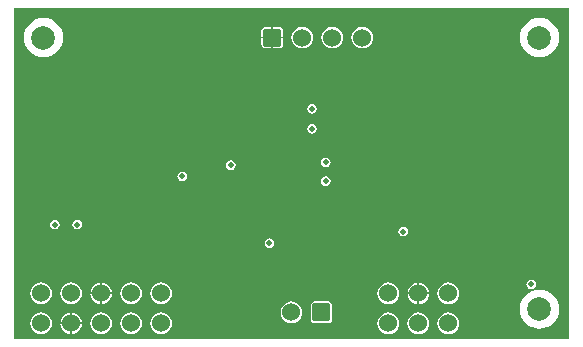
<source format=gbr>
%TF.GenerationSoftware,Altium Limited,Altium Designer,20.1.8 (145)*%
G04 Layer_Physical_Order=2*
G04 Layer_Color=36540*
%FSLAX45Y45*%
%MOMM*%
%TF.SameCoordinates,2300FDCC-ED38-457A-842E-A9769F27D6F2*%
%TF.FilePolarity,Positive*%
%TF.FileFunction,Copper,L2,Inr,Signal*%
%TF.Part,Single*%
G01*
G75*
%TA.AperFunction,WasherPad*%
%ADD25C,2.00000*%
%TA.AperFunction,ComponentPad*%
%ADD26C,1.52400*%
G04:AMPARAMS|DCode=27|XSize=1.524mm|YSize=1.524mm|CornerRadius=0.1905mm|HoleSize=0mm|Usage=FLASHONLY|Rotation=180.000|XOffset=0mm|YOffset=0mm|HoleType=Round|Shape=RoundedRectangle|*
%AMROUNDEDRECTD27*
21,1,1.52400,1.14300,0,0,180.0*
21,1,1.14300,1.52400,0,0,180.0*
1,1,0.38100,-0.57150,0.57150*
1,1,0.38100,0.57150,0.57150*
1,1,0.38100,0.57150,-0.57150*
1,1,0.38100,-0.57150,-0.57150*
%
%ADD27ROUNDEDRECTD27*%
%TA.AperFunction,ViaPad*%
%ADD28C,0.50000*%
G36*
X4700000Y0D02*
X0D01*
Y2800000D01*
X4700000Y2800000D01*
Y0D01*
D02*
G37*
%LPC*%
G36*
X2245150Y2642112D02*
X2195620D01*
Y2557620D01*
X2280112D01*
Y2607150D01*
X2277450Y2620529D01*
X2269872Y2631872D01*
X2258529Y2639450D01*
X2245150Y2642112D01*
D02*
G37*
G36*
X2180380D02*
X2130850D01*
X2117470Y2639450D01*
X2106128Y2631872D01*
X2098549Y2620529D01*
X2095888Y2607150D01*
Y2557620D01*
X2180380D01*
Y2642112D01*
D02*
G37*
G36*
X2280112Y2542380D02*
X2195620D01*
Y2457888D01*
X2245150D01*
X2258529Y2460550D01*
X2269872Y2468128D01*
X2277450Y2479471D01*
X2280112Y2492850D01*
Y2542380D01*
D02*
G37*
G36*
X2180380D02*
X2095888D01*
Y2492850D01*
X2098549Y2479471D01*
X2106128Y2468128D01*
X2117470Y2460550D01*
X2130850Y2457888D01*
X2180380D01*
Y2542380D01*
D02*
G37*
G36*
X2950000Y2642229D02*
X2926129Y2639086D01*
X2903885Y2629873D01*
X2884784Y2615216D01*
X2870127Y2596114D01*
X2860914Y2573871D01*
X2857771Y2550000D01*
X2860914Y2526129D01*
X2870127Y2503886D01*
X2884784Y2484784D01*
X2903885Y2470127D01*
X2926129Y2460914D01*
X2950000Y2457771D01*
X2973870Y2460914D01*
X2996114Y2470127D01*
X3015215Y2484784D01*
X3029872Y2503886D01*
X3039086Y2526129D01*
X3042229Y2550000D01*
X3039086Y2573871D01*
X3029872Y2596114D01*
X3015215Y2615216D01*
X2996114Y2629873D01*
X2973870Y2639086D01*
X2950000Y2642229D01*
D02*
G37*
G36*
X2696000D02*
X2672129Y2639086D01*
X2649885Y2629873D01*
X2630784Y2615216D01*
X2616127Y2596114D01*
X2606914Y2573871D01*
X2603771Y2550000D01*
X2606914Y2526129D01*
X2616127Y2503886D01*
X2630784Y2484784D01*
X2649885Y2470127D01*
X2672129Y2460914D01*
X2696000Y2457771D01*
X2719870Y2460914D01*
X2742114Y2470127D01*
X2761215Y2484784D01*
X2775872Y2503886D01*
X2785086Y2526129D01*
X2788229Y2550000D01*
X2785086Y2573871D01*
X2775872Y2596114D01*
X2761215Y2615216D01*
X2742114Y2629873D01*
X2719870Y2639086D01*
X2696000Y2642229D01*
D02*
G37*
G36*
X2442000D02*
X2418129Y2639086D01*
X2395885Y2629873D01*
X2376784Y2615216D01*
X2362127Y2596114D01*
X2352914Y2573871D01*
X2349771Y2550000D01*
X2352914Y2526129D01*
X2362127Y2503886D01*
X2376784Y2484784D01*
X2395885Y2470127D01*
X2418129Y2460914D01*
X2442000Y2457771D01*
X2465870Y2460914D01*
X2488114Y2470127D01*
X2507215Y2484784D01*
X2521872Y2503886D01*
X2531086Y2526129D01*
X2534229Y2550000D01*
X2531086Y2573871D01*
X2521872Y2596114D01*
X2507215Y2615216D01*
X2488114Y2629873D01*
X2465870Y2639086D01*
X2442000Y2642229D01*
D02*
G37*
G36*
X4450000Y2716040D02*
X4417607Y2712849D01*
X4386459Y2703400D01*
X4357753Y2688057D01*
X4332592Y2667408D01*
X4311943Y2642247D01*
X4296599Y2613541D01*
X4287151Y2582393D01*
X4283960Y2550000D01*
X4287151Y2517607D01*
X4296599Y2486459D01*
X4311943Y2457753D01*
X4332592Y2432592D01*
X4357753Y2411943D01*
X4386459Y2396599D01*
X4417607Y2387151D01*
X4450000Y2383960D01*
X4482393Y2387151D01*
X4513541Y2396599D01*
X4542247Y2411943D01*
X4567408Y2432592D01*
X4588057Y2457753D01*
X4603400Y2486459D01*
X4612849Y2517607D01*
X4616040Y2550000D01*
X4612849Y2582393D01*
X4603400Y2613541D01*
X4588057Y2642247D01*
X4567408Y2667408D01*
X4542247Y2688057D01*
X4513541Y2703400D01*
X4482393Y2712849D01*
X4450000Y2716040D01*
D02*
G37*
G36*
X250000D02*
X217607Y2712849D01*
X186459Y2703400D01*
X157753Y2688057D01*
X132592Y2667408D01*
X111943Y2642247D01*
X96600Y2613541D01*
X87151Y2582393D01*
X83960Y2550000D01*
X87151Y2517607D01*
X96600Y2486459D01*
X111943Y2457753D01*
X132592Y2432592D01*
X157753Y2411943D01*
X186459Y2396599D01*
X217607Y2387151D01*
X250000Y2383960D01*
X282393Y2387151D01*
X313541Y2396599D01*
X342247Y2411943D01*
X367408Y2432592D01*
X388057Y2457753D01*
X403401Y2486459D01*
X412849Y2517607D01*
X416040Y2550000D01*
X412849Y2582393D01*
X403401Y2613541D01*
X388057Y2642247D01*
X367408Y2667408D01*
X342247Y2688057D01*
X313541Y2703400D01*
X282393Y2712849D01*
X250000Y2716040D01*
D02*
G37*
G36*
X2524200Y1988519D02*
X2508499Y1985396D01*
X2495189Y1976502D01*
X2486295Y1963191D01*
X2483172Y1947491D01*
X2486295Y1931790D01*
X2495189Y1918479D01*
X2508499Y1909585D01*
X2524200Y1906462D01*
X2539901Y1909585D01*
X2553211Y1918479D01*
X2562105Y1931790D01*
X2565228Y1947491D01*
X2562105Y1963191D01*
X2553211Y1976502D01*
X2539901Y1985396D01*
X2524200Y1988519D01*
D02*
G37*
G36*
Y1818308D02*
X2508499Y1815185D01*
X2495189Y1806291D01*
X2486295Y1792981D01*
X2483172Y1777280D01*
X2486295Y1761579D01*
X2495189Y1748269D01*
X2508499Y1739375D01*
X2524200Y1736252D01*
X2539901Y1739375D01*
X2553211Y1748269D01*
X2562105Y1761579D01*
X2565228Y1777280D01*
X2562105Y1792981D01*
X2553211Y1806291D01*
X2539901Y1815185D01*
X2524200Y1818308D01*
D02*
G37*
G36*
X2640216Y1533109D02*
X2624515Y1529986D01*
X2611204Y1521092D01*
X2602311Y1507781D01*
X2599187Y1492081D01*
X2602311Y1476380D01*
X2611204Y1463069D01*
X2624515Y1454175D01*
X2640216Y1451052D01*
X2655916Y1454175D01*
X2669227Y1463069D01*
X2678121Y1476380D01*
X2681244Y1492081D01*
X2678121Y1507781D01*
X2669227Y1521092D01*
X2655916Y1529986D01*
X2640216Y1533109D01*
D02*
G37*
G36*
X1836524Y1510954D02*
X1820823Y1507831D01*
X1807512Y1498937D01*
X1798618Y1485626D01*
X1795495Y1469926D01*
X1798618Y1454225D01*
X1807512Y1440914D01*
X1820823Y1432021D01*
X1836524Y1428897D01*
X1852224Y1432021D01*
X1865535Y1440914D01*
X1874429Y1454225D01*
X1877552Y1469926D01*
X1874429Y1485626D01*
X1865535Y1498937D01*
X1852224Y1507831D01*
X1836524Y1510954D01*
D02*
G37*
G36*
X1425068Y1414812D02*
X1409368Y1411689D01*
X1396057Y1402795D01*
X1387163Y1389484D01*
X1384040Y1373783D01*
X1387163Y1358083D01*
X1396057Y1344772D01*
X1409368Y1335878D01*
X1425068Y1332755D01*
X1440769Y1335878D01*
X1454080Y1344772D01*
X1462973Y1358083D01*
X1466097Y1373783D01*
X1462973Y1389484D01*
X1454080Y1402795D01*
X1440769Y1411689D01*
X1425068Y1414812D01*
D02*
G37*
G36*
X2640216Y1375952D02*
X2624515Y1372829D01*
X2611204Y1363935D01*
X2602311Y1350625D01*
X2599187Y1334924D01*
X2602311Y1319223D01*
X2611204Y1305913D01*
X2624515Y1297019D01*
X2640216Y1293896D01*
X2655916Y1297019D01*
X2669227Y1305913D01*
X2678121Y1319223D01*
X2681244Y1334924D01*
X2678121Y1350625D01*
X2669227Y1363935D01*
X2655916Y1372829D01*
X2640216Y1375952D01*
D02*
G37*
G36*
X536945Y1007490D02*
X521245Y1004367D01*
X507934Y995473D01*
X499040Y982163D01*
X495917Y966462D01*
X499040Y950761D01*
X507934Y937451D01*
X521245Y928557D01*
X536945Y925434D01*
X552646Y928557D01*
X565957Y937451D01*
X574851Y950761D01*
X577974Y966462D01*
X574851Y982163D01*
X565957Y995473D01*
X552646Y1004367D01*
X536945Y1007490D01*
D02*
G37*
G36*
X347500D02*
X331799Y1004367D01*
X318489Y995473D01*
X309595Y982163D01*
X306472Y966462D01*
X309595Y950761D01*
X318489Y937451D01*
X331799Y928557D01*
X347500Y925434D01*
X363201Y928557D01*
X376511Y937451D01*
X385405Y950761D01*
X388528Y966462D01*
X385405Y982163D01*
X376511Y995473D01*
X363201Y1004367D01*
X347500Y1007490D01*
D02*
G37*
G36*
X3295243Y947808D02*
X3279542Y944685D01*
X3266232Y935791D01*
X3257338Y922481D01*
X3254215Y906780D01*
X3257338Y891079D01*
X3266232Y877769D01*
X3279542Y868875D01*
X3295243Y865752D01*
X3310944Y868875D01*
X3324254Y877769D01*
X3333148Y891079D01*
X3336271Y906780D01*
X3333148Y922481D01*
X3324254Y935791D01*
X3310944Y944685D01*
X3295243Y947808D01*
D02*
G37*
G36*
X2164080Y850869D02*
X2148379Y847746D01*
X2135069Y838852D01*
X2126175Y825541D01*
X2123052Y809840D01*
X2126175Y794140D01*
X2135069Y780829D01*
X2148379Y771935D01*
X2164080Y768812D01*
X2179781Y771935D01*
X2193091Y780829D01*
X2201985Y794140D01*
X2205108Y809840D01*
X2201985Y825541D01*
X2193091Y838852D01*
X2179781Y847746D01*
X2164080Y850869D01*
D02*
G37*
G36*
X4379320Y501287D02*
X4363619Y498164D01*
X4350309Y489270D01*
X4341415Y475960D01*
X4338292Y460259D01*
X4341415Y444558D01*
X4350309Y431248D01*
X4363619Y422354D01*
X4379320Y419231D01*
X4395021Y422354D01*
X4408332Y431248D01*
X4417225Y444558D01*
X4420349Y460259D01*
X4417225Y475960D01*
X4408332Y489270D01*
X4395021Y498164D01*
X4379320Y501287D01*
D02*
G37*
G36*
X745620Y475226D02*
Y391620D01*
X829225D01*
X827086Y407871D01*
X817872Y430114D01*
X803216Y449216D01*
X784114Y463873D01*
X761870Y473086D01*
X745620Y475226D01*
D02*
G37*
G36*
X730380D02*
X714129Y473086D01*
X691885Y463873D01*
X672784Y449216D01*
X658127Y430114D01*
X648914Y407871D01*
X646774Y391620D01*
X730380D01*
Y475226D01*
D02*
G37*
G36*
X3431620Y475225D02*
Y391620D01*
X3515226D01*
X3513086Y407870D01*
X3503873Y430114D01*
X3489216Y449216D01*
X3470114Y463872D01*
X3447871Y473086D01*
X3431620Y475225D01*
D02*
G37*
G36*
X3416380D02*
X3400129Y473086D01*
X3377886Y463872D01*
X3358784Y449216D01*
X3344127Y430114D01*
X3334914Y407870D01*
X3332774Y391620D01*
X3416380D01*
Y475225D01*
D02*
G37*
G36*
X829225Y376380D02*
X745620D01*
Y292774D01*
X761870Y294914D01*
X784114Y304127D01*
X803216Y318784D01*
X817872Y337886D01*
X827086Y360129D01*
X829225Y376380D01*
D02*
G37*
G36*
X730380D02*
X646774D01*
X648914Y360129D01*
X658127Y337886D01*
X672784Y318784D01*
X691885Y304127D01*
X714129Y294914D01*
X730380Y292774D01*
Y376380D01*
D02*
G37*
G36*
X3515226Y376380D02*
X3431620D01*
Y292774D01*
X3447871Y294914D01*
X3470114Y304127D01*
X3489216Y318784D01*
X3503873Y337885D01*
X3513086Y360129D01*
X3515226Y376380D01*
D02*
G37*
G36*
X3416380D02*
X3332774D01*
X3334914Y360129D01*
X3344127Y337885D01*
X3358784Y318784D01*
X3377886Y304127D01*
X3400129Y294914D01*
X3416380Y292774D01*
Y376380D01*
D02*
G37*
G36*
X3678000Y476229D02*
X3654129Y473086D01*
X3631886Y463873D01*
X3612784Y449216D01*
X3598127Y430114D01*
X3588914Y407871D01*
X3585771Y384000D01*
X3588914Y360129D01*
X3598127Y337886D01*
X3612784Y318784D01*
X3631886Y304127D01*
X3654129Y294914D01*
X3678000Y291771D01*
X3701871Y294914D01*
X3724114Y304127D01*
X3743216Y318784D01*
X3757873Y337886D01*
X3767086Y360129D01*
X3770229Y384000D01*
X3767086Y407871D01*
X3757873Y430114D01*
X3743216Y449216D01*
X3724114Y463873D01*
X3701871Y473086D01*
X3678000Y476229D01*
D02*
G37*
G36*
X3170000D02*
X3146129Y473086D01*
X3123886Y463873D01*
X3104784Y449216D01*
X3090127Y430114D01*
X3080914Y407871D01*
X3077771Y384000D01*
X3080914Y360129D01*
X3090127Y337886D01*
X3104784Y318784D01*
X3123886Y304127D01*
X3146129Y294914D01*
X3170000Y291771D01*
X3193871Y294914D01*
X3216114Y304127D01*
X3235216Y318784D01*
X3249873Y337886D01*
X3259086Y360129D01*
X3262229Y384000D01*
X3259086Y407871D01*
X3249873Y430114D01*
X3235216Y449216D01*
X3216114Y463873D01*
X3193871Y473086D01*
X3170000Y476229D01*
D02*
G37*
G36*
X1246000D02*
X1222129Y473086D01*
X1199885Y463873D01*
X1180784Y449216D01*
X1166127Y430114D01*
X1156914Y407871D01*
X1153771Y384000D01*
X1156914Y360129D01*
X1166127Y337886D01*
X1180784Y318784D01*
X1199885Y304127D01*
X1222129Y294914D01*
X1246000Y291771D01*
X1269870Y294914D01*
X1292114Y304127D01*
X1311216Y318784D01*
X1325872Y337886D01*
X1335086Y360129D01*
X1338229Y384000D01*
X1335086Y407871D01*
X1325872Y430114D01*
X1311216Y449216D01*
X1292114Y463873D01*
X1269870Y473086D01*
X1246000Y476229D01*
D02*
G37*
G36*
X992000D02*
X968129Y473086D01*
X945885Y463873D01*
X926784Y449216D01*
X912127Y430114D01*
X902914Y407871D01*
X899771Y384000D01*
X902914Y360129D01*
X912127Y337886D01*
X926784Y318784D01*
X945885Y304127D01*
X968129Y294914D01*
X992000Y291771D01*
X1015870Y294914D01*
X1038114Y304127D01*
X1057216Y318784D01*
X1071872Y337886D01*
X1081086Y360129D01*
X1084229Y384000D01*
X1081086Y407871D01*
X1071872Y430114D01*
X1057216Y449216D01*
X1038114Y463873D01*
X1015870Y473086D01*
X992000Y476229D01*
D02*
G37*
G36*
X484000D02*
X460129Y473086D01*
X437885Y463873D01*
X418784Y449216D01*
X404127Y430114D01*
X394914Y407871D01*
X391771Y384000D01*
X394914Y360129D01*
X404127Y337886D01*
X418784Y318784D01*
X437885Y304127D01*
X460129Y294914D01*
X484000Y291771D01*
X507870Y294914D01*
X530114Y304127D01*
X549216Y318784D01*
X563872Y337886D01*
X573086Y360129D01*
X576229Y384000D01*
X573086Y407871D01*
X563872Y430114D01*
X549216Y449216D01*
X530114Y463873D01*
X507870Y473086D01*
X484000Y476229D01*
D02*
G37*
G36*
X230000D02*
X206129Y473086D01*
X183885Y463873D01*
X164784Y449216D01*
X150127Y430114D01*
X140914Y407871D01*
X137771Y384000D01*
X140914Y360129D01*
X150127Y337886D01*
X164784Y318784D01*
X183885Y304127D01*
X206129Y294914D01*
X230000Y291771D01*
X253870Y294914D01*
X276114Y304127D01*
X295216Y318784D01*
X309872Y337886D01*
X319086Y360129D01*
X322229Y384000D01*
X319086Y407871D01*
X309872Y430114D01*
X295216Y449216D01*
X276114Y463873D01*
X253870Y473086D01*
X230000Y476229D01*
D02*
G37*
G36*
X491620Y221226D02*
Y137620D01*
X575225D01*
X573086Y153871D01*
X563872Y176114D01*
X549216Y195216D01*
X530114Y209873D01*
X507870Y219086D01*
X491620Y221226D01*
D02*
G37*
G36*
X476380D02*
X460129Y219086D01*
X437885Y209873D01*
X418784Y195216D01*
X404127Y176114D01*
X394914Y153871D01*
X392774Y137620D01*
X476380D01*
Y221226D01*
D02*
G37*
G36*
X2661150Y315632D02*
X2546850D01*
X2533471Y312970D01*
X2522128Y305392D01*
X2514549Y294049D01*
X2511888Y280670D01*
Y166370D01*
X2514549Y152991D01*
X2522128Y141648D01*
X2533471Y134070D01*
X2546850Y131408D01*
X2661150D01*
X2674529Y134070D01*
X2685872Y141648D01*
X2693450Y152991D01*
X2696112Y166370D01*
Y280670D01*
X2693450Y294049D01*
X2685872Y305392D01*
X2674529Y312970D01*
X2661150Y315632D01*
D02*
G37*
G36*
X2350000Y315749D02*
X2326129Y312606D01*
X2303885Y303393D01*
X2284784Y288736D01*
X2270127Y269634D01*
X2260914Y247391D01*
X2257771Y223520D01*
X2260914Y199649D01*
X2270127Y177406D01*
X2284784Y158304D01*
X2303885Y143647D01*
X2326129Y134434D01*
X2350000Y131291D01*
X2373871Y134434D01*
X2396114Y143647D01*
X2415216Y158304D01*
X2429872Y177406D01*
X2439086Y199649D01*
X2442229Y223520D01*
X2439086Y247391D01*
X2429872Y269634D01*
X2415216Y288736D01*
X2396114Y303393D01*
X2373871Y312606D01*
X2350000Y315749D01*
D02*
G37*
G36*
X4450000Y416040D02*
X4417607Y412849D01*
X4386459Y403401D01*
X4357753Y388057D01*
X4332592Y367408D01*
X4311943Y342247D01*
X4296599Y313541D01*
X4287151Y282393D01*
X4283960Y250000D01*
X4287151Y217607D01*
X4296599Y186459D01*
X4311943Y157753D01*
X4332592Y132592D01*
X4357753Y111943D01*
X4386459Y96600D01*
X4417607Y87151D01*
X4450000Y83960D01*
X4482393Y87151D01*
X4513541Y96600D01*
X4542247Y111943D01*
X4567408Y132592D01*
X4588057Y157753D01*
X4603400Y186459D01*
X4612849Y217607D01*
X4616040Y250000D01*
X4612849Y282393D01*
X4603400Y313541D01*
X4588057Y342247D01*
X4567408Y367408D01*
X4542247Y388057D01*
X4513541Y403401D01*
X4482393Y412849D01*
X4450000Y416040D01*
D02*
G37*
G36*
X575225Y122380D02*
X491620D01*
Y38774D01*
X507870Y40914D01*
X530114Y50127D01*
X549216Y64784D01*
X563872Y83886D01*
X573086Y106129D01*
X575225Y122380D01*
D02*
G37*
G36*
X476380D02*
X392774D01*
X394914Y106129D01*
X404127Y83886D01*
X418784Y64784D01*
X437885Y50127D01*
X460129Y40914D01*
X476380Y38774D01*
Y122380D01*
D02*
G37*
G36*
X3424000Y222229D02*
X3400129Y219086D01*
X3377886Y209873D01*
X3358784Y195216D01*
X3344127Y176115D01*
X3334914Y153871D01*
X3331771Y130000D01*
X3334914Y106130D01*
X3344127Y83886D01*
X3358784Y64784D01*
X3377886Y50128D01*
X3400129Y40914D01*
X3424000Y37771D01*
X3447871Y40914D01*
X3470114Y50128D01*
X3489216Y64784D01*
X3503873Y83886D01*
X3513086Y106130D01*
X3516229Y130000D01*
X3513086Y153871D01*
X3503873Y176115D01*
X3489216Y195216D01*
X3470114Y209873D01*
X3447871Y219086D01*
X3424000Y222229D01*
D02*
G37*
G36*
X3678000Y222229D02*
X3654129Y219086D01*
X3631886Y209873D01*
X3612784Y195216D01*
X3598127Y176114D01*
X3588914Y153871D01*
X3585771Y130000D01*
X3588914Y106129D01*
X3598127Y83886D01*
X3612784Y64784D01*
X3631886Y50127D01*
X3654129Y40914D01*
X3678000Y37771D01*
X3701871Y40914D01*
X3724114Y50127D01*
X3743216Y64784D01*
X3757873Y83886D01*
X3767086Y106129D01*
X3770229Y130000D01*
X3767086Y153871D01*
X3757873Y176114D01*
X3743216Y195216D01*
X3724114Y209873D01*
X3701871Y219086D01*
X3678000Y222229D01*
D02*
G37*
G36*
X3170000D02*
X3146129Y219086D01*
X3123886Y209873D01*
X3104784Y195216D01*
X3090127Y176114D01*
X3080914Y153871D01*
X3077771Y130000D01*
X3080914Y106129D01*
X3090127Y83886D01*
X3104784Y64784D01*
X3123886Y50127D01*
X3146129Y40914D01*
X3170000Y37771D01*
X3193871Y40914D01*
X3216114Y50127D01*
X3235216Y64784D01*
X3249873Y83886D01*
X3259086Y106129D01*
X3262229Y130000D01*
X3259086Y153871D01*
X3249873Y176114D01*
X3235216Y195216D01*
X3216114Y209873D01*
X3193871Y219086D01*
X3170000Y222229D01*
D02*
G37*
G36*
X1246000D02*
X1222129Y219086D01*
X1199885Y209873D01*
X1180784Y195216D01*
X1166127Y176114D01*
X1156914Y153871D01*
X1153771Y130000D01*
X1156914Y106129D01*
X1166127Y83886D01*
X1180784Y64784D01*
X1199885Y50127D01*
X1222129Y40914D01*
X1246000Y37771D01*
X1269870Y40914D01*
X1292114Y50127D01*
X1311216Y64784D01*
X1325872Y83886D01*
X1335086Y106129D01*
X1338229Y130000D01*
X1335086Y153871D01*
X1325872Y176114D01*
X1311216Y195216D01*
X1292114Y209873D01*
X1269870Y219086D01*
X1246000Y222229D01*
D02*
G37*
G36*
X992000D02*
X968129Y219086D01*
X945885Y209873D01*
X926784Y195216D01*
X912127Y176114D01*
X902914Y153871D01*
X899771Y130000D01*
X902914Y106129D01*
X912127Y83886D01*
X926784Y64784D01*
X945885Y50127D01*
X968129Y40914D01*
X992000Y37771D01*
X1015870Y40914D01*
X1038114Y50127D01*
X1057216Y64784D01*
X1071872Y83886D01*
X1081086Y106129D01*
X1084229Y130000D01*
X1081086Y153871D01*
X1071872Y176114D01*
X1057216Y195216D01*
X1038114Y209873D01*
X1015870Y219086D01*
X992000Y222229D01*
D02*
G37*
G36*
X738000D02*
X714129Y219086D01*
X691885Y209873D01*
X672784Y195216D01*
X658127Y176114D01*
X648914Y153871D01*
X645771Y130000D01*
X648914Y106129D01*
X658127Y83886D01*
X672784Y64784D01*
X691885Y50127D01*
X714129Y40914D01*
X738000Y37771D01*
X761870Y40914D01*
X784114Y50127D01*
X803216Y64784D01*
X817872Y83886D01*
X827086Y106129D01*
X830229Y130000D01*
X827086Y153871D01*
X817872Y176114D01*
X803216Y195216D01*
X784114Y209873D01*
X761870Y219086D01*
X738000Y222229D01*
D02*
G37*
G36*
X230000D02*
X206129Y219086D01*
X183885Y209873D01*
X164784Y195216D01*
X150127Y176114D01*
X140914Y153871D01*
X137771Y130000D01*
X140914Y106129D01*
X150127Y83886D01*
X164784Y64784D01*
X183885Y50127D01*
X206129Y40914D01*
X230000Y37771D01*
X253870Y40914D01*
X276114Y50127D01*
X295216Y64784D01*
X309872Y83886D01*
X319086Y106129D01*
X322229Y130000D01*
X319086Y153871D01*
X309872Y176114D01*
X295216Y195216D01*
X276114Y209873D01*
X253870Y219086D01*
X230000Y222229D01*
D02*
G37*
%LPD*%
D25*
X250000Y2550000D02*
D03*
X4450000Y250000D02*
D03*
Y2550000D02*
D03*
D26*
X3170000Y130000D02*
D03*
X3424000Y130000D02*
D03*
X3678000Y130000D02*
D03*
Y384000D02*
D03*
X3424000Y384000D02*
D03*
X3170000Y384000D02*
D03*
X1246000Y130000D02*
D03*
X992000D02*
D03*
X738000D02*
D03*
X484000D02*
D03*
X230000D02*
D03*
Y384000D02*
D03*
X484000D02*
D03*
X738000D02*
D03*
X992000D02*
D03*
X1246000D02*
D03*
X2350000Y223520D02*
D03*
X2442000Y2550000D02*
D03*
X2696000D02*
D03*
X2950000D02*
D03*
D27*
X2604000Y223520D02*
D03*
X2188000Y2550000D02*
D03*
D28*
X3305120Y2459360D02*
D03*
X3393440Y2550000D02*
D03*
X3305120Y2636520D02*
D03*
X1965000Y914400D02*
D03*
X2027220D02*
D03*
X1425068Y1373783D02*
D03*
X1900480Y914400D02*
D03*
X1913180Y713740D02*
D03*
X1975160D02*
D03*
X2037380D02*
D03*
X4379320Y460259D02*
D03*
X1456857Y1595000D02*
D03*
X1345000Y1529080D02*
D03*
X1234440Y1595000D02*
D03*
X2179102Y1384978D02*
D03*
X2764436Y2074440D02*
D03*
X2506604Y2217020D02*
D03*
X3295243Y906780D02*
D03*
X2295516Y467780D02*
D03*
Y342900D02*
D03*
Y405800D02*
D03*
X2453640Y342900D02*
D03*
X2374000D02*
D03*
X2453640Y467780D02*
D03*
X2106546Y560001D02*
D03*
Y482540D02*
D03*
Y637093D02*
D03*
X1982780Y637540D02*
D03*
Y482540D02*
D03*
Y560001D02*
D03*
X737500Y928362D02*
D03*
X2265581Y1469756D02*
D03*
X737500Y706120D02*
D03*
X1597660Y2283840D02*
D03*
X1430020D02*
D03*
X2070000Y2042160D02*
D03*
X2156460Y2125980D02*
D03*
X2676016Y1982400D02*
D03*
X2589850Y2073904D02*
D03*
X3078580Y469900D02*
D03*
X2981960Y629040D02*
D03*
X3078580Y787400D02*
D03*
X1506220Y1168400D02*
D03*
Y993140D02*
D03*
X1414780Y1079500D02*
D03*
X1447800Y820420D02*
D03*
X1536700Y906780D02*
D03*
Y731520D02*
D03*
X1090000Y1008380D02*
D03*
X1173480Y921820D02*
D03*
X1005840D02*
D03*
X212060Y1023620D02*
D03*
X1704574Y226508D02*
D03*
X1794092Y286820D02*
D03*
X1705482Y167144D02*
D03*
X2453640Y405800D02*
D03*
X2374000Y467780D02*
D03*
X1670000Y330001D02*
D03*
X1582420Y425001D02*
D03*
X1757680D02*
D03*
X2045000Y482540D02*
D03*
Y637540D02*
D03*
X1836524Y1469926D02*
D03*
X2524200Y1947491D02*
D03*
X2640216Y1334924D02*
D03*
Y1492081D02*
D03*
X663710Y1794125D02*
D03*
X731433Y1727939D02*
D03*
X795020Y1656080D02*
D03*
X2524200Y1777280D02*
D03*
X2164080Y809840D02*
D03*
X347500Y966462D02*
D03*
X536945D02*
D03*
%TF.MD5,a81c2c2dee903a244a2fdc5791c0113f*%
M02*

</source>
